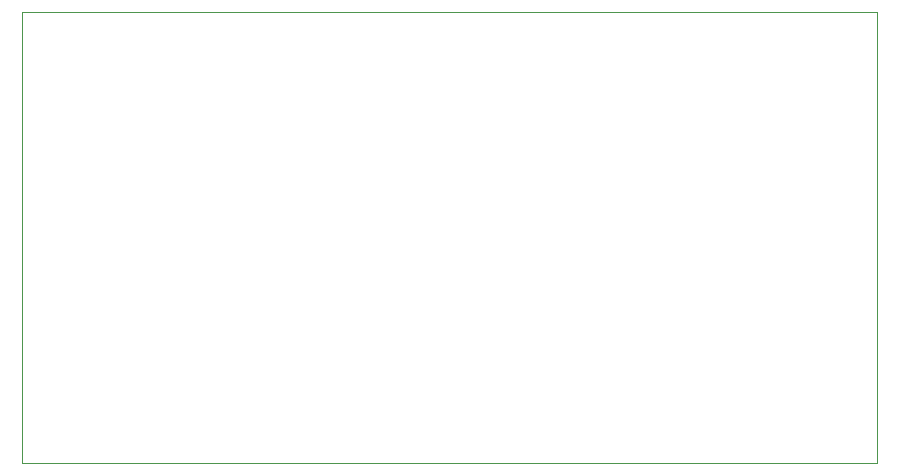
<source format=gm1>
G04 #@! TF.GenerationSoftware,KiCad,Pcbnew,(6.0.4)*
G04 #@! TF.CreationDate,2022-04-15T12:43:22+02:00*
G04 #@! TF.ProjectId,7segments_beide_groundplane,37736567-6d65-46e7-9473-5f6265696465,rev?*
G04 #@! TF.SameCoordinates,Original*
G04 #@! TF.FileFunction,Profile,NP*
%FSLAX46Y46*%
G04 Gerber Fmt 4.6, Leading zero omitted, Abs format (unit mm)*
G04 Created by KiCad (PCBNEW (6.0.4)) date 2022-04-15 12:43:22*
%MOMM*%
%LPD*%
G01*
G04 APERTURE LIST*
G04 #@! TA.AperFunction,Profile*
%ADD10C,0.100000*%
G04 #@! TD*
G04 APERTURE END LIST*
D10*
X104140000Y-83980000D02*
X176530000Y-83980000D01*
X176530000Y-83980000D02*
X176530000Y-122160000D01*
X176530000Y-122160000D02*
X104140000Y-122160000D01*
X104140000Y-122160000D02*
X104140000Y-83980000D01*
M02*

</source>
